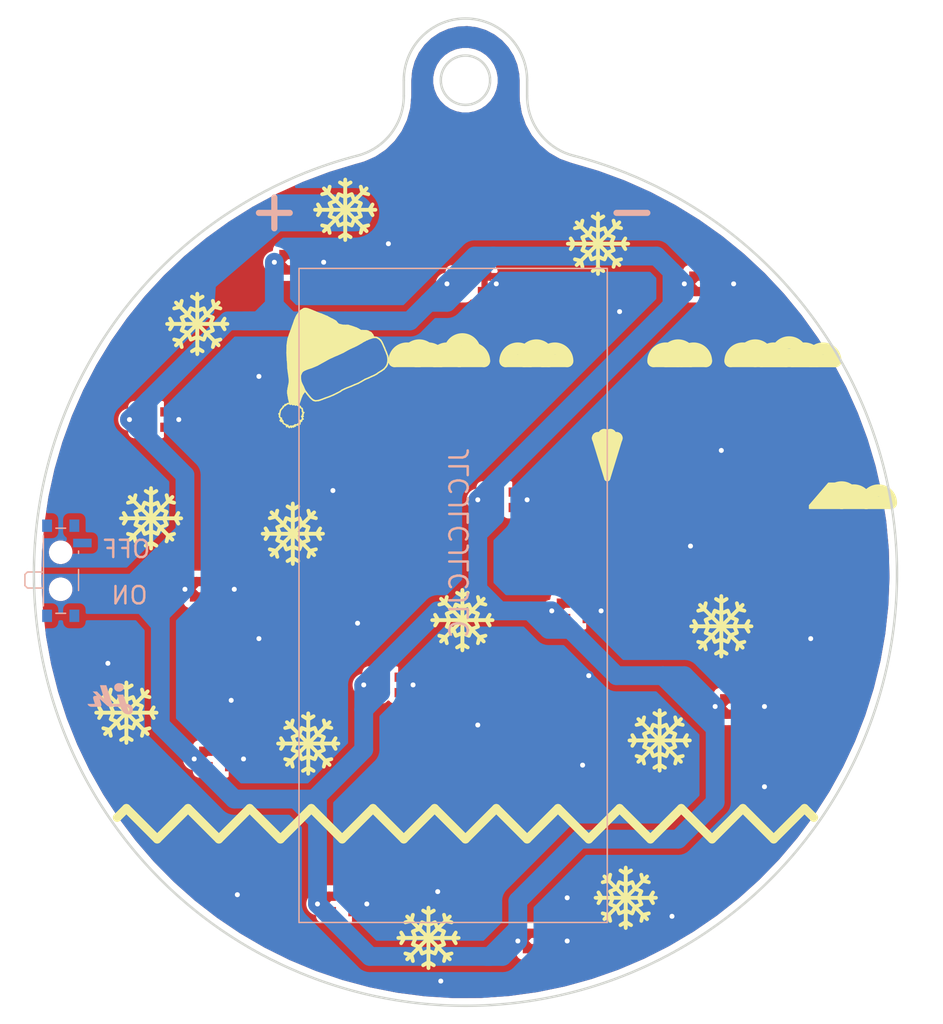
<source format=kicad_pcb>
(kicad_pcb (version 20171130) (host pcbnew "(5.1.10)-1")
  (layers (0 F.Cu signal) (31 B.Cu signal) (34 B.Paste user) (35 F.Paste user) (36 B.SilkS user) (37 F.SilkS user) (38 B.Mask user) (39 F.Mask user) (44 Edge.Cuts user))
  (net 0 "")
  (net 1 "Net-(D1-Pad1)")
  (net 2 "Net-(SW1-Pad3)")
  (net 3 VCC)
  (net 4 GND)
  (module TVZ_kuglica:logo (layer B.Cu) (at 108.15 110.05 180)
    (fp_text reference G*** hide)
    (fp_text value LOGO hide)
  )
  (module TVZ_kuglica:kapa_1 (layer F.Cu) (at 125.25 82.5 25)
    (fp_text reference G*** hide)
    (fp_text value LOGO hide)
  )
  (module TVZ_kuglica:ukras1 (layer F.Cu) (at 115.25 79.75)
    (fp_text reference G*** hide)
    (fp_text value LOGO hide)
  )
  (module TVZ_kuglica:BAT-2xAAA-horizontalni_padovi (layer B.Cu) (at 136.5 101.75)
    (fp_text reference BT1 hide)
    (fp_text value 2xAAA)
    (pad 1 smd oval (at -10 -31 90) (size 3 6) (layers B.Cu B.Paste B.Mask) (net 3 VCC))
    (pad 2 smd oval (at 9 -31 270) (size 3 6) (layers B.Cu B.Paste B.Mask) (net 4 GND))
  )
  (module TVZ_kuglica:ukras1 (layer F.Cu) (at 150 126.25)
    (fp_text reference G*** hide)
    (fp_text value LOGO hide)
  )
  (module TVZ_kuglica:ukras1 (layer F.Cu) (at 134 129.5)
    (fp_text reference G*** hide)
    (fp_text value LOGO hide)
  )
  (module TVZ_kuglica:ukras1 (layer F.Cu) (at 147.75 73.25)
    (fp_text reference G*** hide)
    (fp_text value LOGO hide)
  )
  (module TVZ_kuglica:ukras3 (layer F.Cu) (at 137 68.75)
    (fp_text reference G*** hide)
    (fp_text value LOGO hide)
  )
  (module TVZ_kuglica:ukras1 (layer F.Cu) (at 152.75 113.5)
    (fp_text reference G*** hide)
    (fp_text value LOGO hide)
  )
  (module TVZ_kuglica:ukras1 (layer F.Cu) (at 157.75 104.25)
    (fp_text reference G*** hide)
    (fp_text value LOGO hide)
  )
  (module TVZ_kuglica:ukras1 (layer F.Cu) (at 136.75 103.75)
    (fp_text reference G*** hide)
    (fp_text value LOGO hide)
  )
  (module TVZ_kuglica:ukras1 (layer F.Cu) (at 124.25 113.75)
    (fp_text reference G*** hide)
    (fp_text value LOGO hide)
  )
  (module TVZ_kuglica:ukras1 (layer F.Cu) (at 109.5 111.25)
    (fp_text reference G*** hide)
    (fp_text value LOGO hide)
  )
  (module TVZ_kuglica:ukras1 (layer F.Cu) (at 123 96.75)
    (fp_text reference G*** hide)
    (fp_text value LOGO hide)
  )
  (module TVZ_kuglica:ukras1 (layer F.Cu) (at 111.5 95.5)
    (fp_text reference G*** hide)
    (fp_text value LOGO hide)
  )
  (module TVZ_kuglica:ukras1 (layer F.Cu) (at 127.25 70.5)
    (fp_text reference G*** hide)
    (fp_text value LOGO hide)
  )
  (module Button_Switch_SMD:SW_SPDT_PCM12 (layer B.Cu) (at 104.5 99.75 90)
    (fp_text reference SW1 hide)
    (fp_text value SW_SPDT)
    (pad "" np_thru_hole circle (at -1.5 -0.33 90) (size 0.9 0.9) (drill 0.9) (layers *.Cu *.Mask))
    (pad "" np_thru_hole circle (at 1.5 -0.33 90) (size 0.9 0.9) (drill 0.9) (layers *.Cu *.Mask))
    (pad 1 smd rect (at -2.25 1.43 90) (size 0.7 1.5) (layers B.Cu B.Paste B.Mask) (net 1 "Net-(D1-Pad1)"))
    (pad 2 smd rect (at 0.75 1.43 90) (size 0.7 1.5) (layers B.Cu B.Paste B.Mask) (net 3 VCC))
    (pad 3 smd rect (at 2.25 1.43 90) (size 0.7 1.5) (layers B.Cu B.Paste B.Mask) (net 2 "Net-(SW1-Pad3)"))
    (pad "" smd rect (at -3.65 -1.43 90) (size 1 0.8) (layers B.Cu B.Paste B.Mask))
    (pad "" smd rect (at 3.65 -1.43 90) (size 1 0.8) (layers B.Cu B.Paste B.Mask))
    (pad "" smd rect (at 3.65 0.78 90) (size 1 0.8) (layers B.Cu B.Paste B.Mask))
    (pad "" smd rect (at -3.65 0.78 90) (size 1 0.8) (layers B.Cu B.Paste B.Mask))
  )
  (module TVZ_kuglica:LED-0807 (layer F.Cu) (at 111.75 87.5)
    (fp_text reference D1 hide)
    (fp_text value RGB)
    (pad 1 smd rect (at -1.05 -0.625) (size 1.1 0.75) (layers F.Cu F.Paste F.Mask) (net 1 "Net-(D1-Pad1)"))
    (pad 2 smd rect (at 1.05 -0.625) (size 1.1 0.75) (layers F.Cu F.Paste F.Mask) (net 4 GND))
    (pad 1 smd rect (at -1.05 0.625) (size 1.1 0.75) (layers F.Cu F.Paste F.Mask) (net 1 "Net-(D1-Pad1)"))
    (pad 2 smd rect (at 1.05 0.625) (size 1.1 0.75) (layers F.Cu F.Paste F.Mask) (net 4 GND))
  )
  (module TVZ_kuglica:LED-0807 (layer F.Cu) (at 123.5 74.75)
    (fp_text reference D2 hide)
    (fp_text value RGB)
    (pad 2 smd rect (at 1.05 0.625) (size 1.1 0.75) (layers F.Cu F.Paste F.Mask) (net 4 GND))
    (pad 1 smd rect (at -1.05 0.625) (size 1.1 0.75) (layers F.Cu F.Paste F.Mask) (net 1 "Net-(D1-Pad1)"))
    (pad 2 smd rect (at 1.05 -0.625) (size 1.1 0.75) (layers F.Cu F.Paste F.Mask) (net 4 GND))
    (pad 1 smd rect (at -1.05 -0.625) (size 1.1 0.75) (layers F.Cu F.Paste F.Mask) (net 1 "Net-(D1-Pad1)"))
  )
  (module TVZ_kuglica:LED-0807 (layer F.Cu) (at 156.75 76.5)
    (fp_text reference D3 hide)
    (fp_text value RGB)
    (pad 1 smd rect (at -1.05 -0.625) (size 1.1 0.75) (layers F.Cu F.Paste F.Mask) (net 1 "Net-(D1-Pad1)"))
    (pad 2 smd rect (at 1.05 -0.625) (size 1.1 0.75) (layers F.Cu F.Paste F.Mask) (net 4 GND))
    (pad 1 smd rect (at -1.05 0.625) (size 1.1 0.75) (layers F.Cu F.Paste F.Mask) (net 1 "Net-(D1-Pad1)"))
    (pad 2 smd rect (at 1.05 0.625) (size 1.1 0.75) (layers F.Cu F.Paste F.Mask) (net 4 GND))
  )
  (module TVZ_kuglica:LED-0807 (layer F.Cu) (at 130.75 109)
    (fp_text reference D4 hide)
    (fp_text value RGB)
    (pad 2 smd rect (at 1.05 0.625) (size 1.1 0.75) (layers F.Cu F.Paste F.Mask) (net 4 GND))
    (pad 1 smd rect (at -1.05 0.625) (size 1.1 0.75) (layers F.Cu F.Paste F.Mask) (net 1 "Net-(D1-Pad1)"))
    (pad 2 smd rect (at 1.05 -0.625) (size 1.1 0.75) (layers F.Cu F.Paste F.Mask) (net 4 GND))
    (pad 1 smd rect (at -1.05 -0.625) (size 1.1 0.75) (layers F.Cu F.Paste F.Mask) (net 1 "Net-(D1-Pad1)"))
  )
  (module TVZ_kuglica:LED-0807 (layer F.Cu) (at 117 115)
    (fp_text reference D5 hide)
    (fp_text value RGB)
    (pad 1 smd rect (at -1.05 -0.625) (size 1.1 0.75) (layers F.Cu F.Paste F.Mask) (net 1 "Net-(D1-Pad1)"))
    (pad 2 smd rect (at 1.05 -0.625) (size 1.1 0.75) (layers F.Cu F.Paste F.Mask) (net 4 GND))
    (pad 1 smd rect (at -1.05 0.625) (size 1.1 0.75) (layers F.Cu F.Paste F.Mask) (net 1 "Net-(D1-Pad1)"))
    (pad 2 smd rect (at 1.05 0.625) (size 1.1 0.75) (layers F.Cu F.Paste F.Mask) (net 4 GND))
  )
  (module TVZ_kuglica:LED-0807 (layer F.Cu) (at 116.25 101.25)
    (fp_text reference D6 hide)
    (fp_text value RGB)
    (pad 2 smd rect (at 1.05 0.625) (size 1.1 0.75) (layers F.Cu F.Paste F.Mask) (net 4 GND))
    (pad 1 smd rect (at -1.05 0.625) (size 1.1 0.75) (layers F.Cu F.Paste F.Mask) (net 1 "Net-(D1-Pad1)"))
    (pad 2 smd rect (at 1.05 -0.625) (size 1.1 0.75) (layers F.Cu F.Paste F.Mask) (net 4 GND))
    (pad 1 smd rect (at -1.05 -0.625) (size 1.1 0.75) (layers F.Cu F.Paste F.Mask) (net 1 "Net-(D1-Pad1)"))
  )
  (module TVZ_kuglica:LED-0807 (layer F.Cu) (at 143.25 129.75)
    (fp_text reference D7 hide)
    (fp_text value RGB)
    (pad 1 smd rect (at -1.05 -0.625) (size 1.1 0.75) (layers F.Cu F.Paste F.Mask) (net 1 "Net-(D1-Pad1)"))
    (pad 2 smd rect (at 1.05 -0.625) (size 1.1 0.75) (layers F.Cu F.Paste F.Mask) (net 4 GND))
    (pad 1 smd rect (at -1.05 0.625) (size 1.1 0.75) (layers F.Cu F.Paste F.Mask) (net 1 "Net-(D1-Pad1)"))
    (pad 2 smd rect (at 1.05 0.625) (size 1.1 0.75) (layers F.Cu F.Paste F.Mask) (net 4 GND))
  )
  (module TVZ_kuglica:LED-0807 (layer F.Cu) (at 159.25 110.75)
    (fp_text reference D8 hide)
    (fp_text value RGB)
    (pad 2 smd rect (at 1.05 0.625) (size 1.1 0.75) (layers F.Cu F.Paste F.Mask) (net 4 GND))
    (pad 1 smd rect (at -1.05 0.625) (size 1.1 0.75) (layers F.Cu F.Paste F.Mask) (net 1 "Net-(D1-Pad1)"))
    (pad 2 smd rect (at 1.05 -0.625) (size 1.1 0.75) (layers F.Cu F.Paste F.Mask) (net 4 GND))
    (pad 1 smd rect (at -1.05 -0.625) (size 1.1 0.75) (layers F.Cu F.Paste F.Mask) (net 1 "Net-(D1-Pad1)"))
  )
  (module TVZ_kuglica:LED-0807 (layer F.Cu) (at 137.5 76.5)
    (fp_text reference D9 hide)
    (fp_text value RGB)
    (pad 1 smd rect (at -1.05 -0.625) (size 1.1 0.75) (layers F.Cu F.Paste F.Mask) (net 1 "Net-(D1-Pad1)"))
    (pad 2 smd rect (at 1.05 -0.625) (size 1.1 0.75) (layers F.Cu F.Paste F.Mask) (net 4 GND))
    (pad 1 smd rect (at -1.05 0.625) (size 1.1 0.75) (layers F.Cu F.Paste F.Mask) (net 1 "Net-(D1-Pad1)"))
    (pad 2 smd rect (at 1.05 0.625) (size 1.1 0.75) (layers F.Cu F.Paste F.Mask) (net 4 GND))
  )
  (module TVZ_kuglica:LED-0807 (layer F.Cu) (at 146 103)
    (fp_text reference D10 hide)
    (fp_text value RGB)
    (pad 2 smd rect (at 1.05 0.625) (size 1.1 0.75) (layers F.Cu F.Paste F.Mask) (net 4 GND))
    (pad 1 smd rect (at -1.05 0.625) (size 1.1 0.75) (layers F.Cu F.Paste F.Mask) (net 1 "Net-(D1-Pad1)"))
    (pad 2 smd rect (at 1.05 -0.625) (size 1.1 0.75) (layers F.Cu F.Paste F.Mask) (net 4 GND))
    (pad 1 smd rect (at -1.05 -0.625) (size 1.1 0.75) (layers F.Cu F.Paste F.Mask) (net 1 "Net-(D1-Pad1)"))
  )
  (module TVZ_kuglica:LED-0807 (layer F.Cu) (at 127 126.75)
    (fp_text reference D11 hide)
    (fp_text value RGB)
    (pad 1 smd rect (at -1.05 -0.625) (size 1.1 0.75) (layers F.Cu F.Paste F.Mask) (net 1 "Net-(D1-Pad1)"))
    (pad 2 smd rect (at 1.05 -0.625) (size 1.1 0.75) (layers F.Cu F.Paste F.Mask) (net 4 GND))
    (pad 1 smd rect (at -1.05 0.625) (size 1.1 0.75) (layers F.Cu F.Paste F.Mask) (net 1 "Net-(D1-Pad1)"))
    (pad 2 smd rect (at 1.05 0.625) (size 1.1 0.75) (layers F.Cu F.Paste F.Mask) (net 4 GND))
  )
  (module TVZ_kuglica:LED-0807 (layer F.Cu) (at 140 94)
    (fp_text reference D12 hide)
    (fp_text value RGB)
    (pad 1 smd rect (at -1.05 -0.625) (size 1.1 0.75) (layers F.Cu F.Paste F.Mask) (net 1 "Net-(D1-Pad1)"))
    (pad 2 smd rect (at 1.05 -0.625) (size 1.1 0.75) (layers F.Cu F.Paste F.Mask) (net 4 GND))
    (pad 1 smd rect (at -1.05 0.625) (size 1.1 0.75) (layers F.Cu F.Paste F.Mask) (net 1 "Net-(D1-Pad1)"))
    (pad 2 smd rect (at 1.05 0.625) (size 1.1 0.75) (layers F.Cu F.Paste F.Mask) (net 4 GND))
  )
  (gr_poly (pts (xy 167.6 94.7) (xy 164.9 94.7) (xy 164.9 94.45) (xy 166.45 92.65) (xy 167.05 92.65)) (layer F.SilkS) (width 0.1))
  (gr_circle (center 148.5 91.25) (end 148.75 91.25) (layer F.SilkS) (width 0.5))
  (gr_circle (center 148.5 90.5) (end 148.75 90.5) (layer F.SilkS) (width 0.5))
  (gr_circle (center 148.5 90) (end 148.75 90) (layer F.SilkS) (width 0.5))
  (gr_circle (center 148 89.5) (end 148.25 89.5) (layer F.SilkS) (width 0.5))
  (gr_circle (center 149 89.5) (end 149.25 89.5) (layer F.SilkS) (width 0.5))
  (gr_circle (center 148.5 89.5) (end 148.75 89.5) (layer F.SilkS) (width 0.5))
  (gr_circle (center 149.25 89) (end 149.5 89) (layer F.SilkS) (width 0.5))
  (gr_circle (center 148.75 88.75) (end 149 88.75) (layer F.SilkS) (width 0.5))
  (gr_circle (center 148.25 88.75) (end 148.5 88.75) (layer F.SilkS) (width 0.5))
  (gr_circle (center 147.75 89) (end 148 89) (layer F.SilkS) (width 0.5))
  (gr_line (start 148.5 92.25) (end 149.5 89) (layer F.SilkS) (width 0.5))
  (gr_line (start 147.5 89) (end 148.5 92.25) (layer F.SilkS) (width 0.5))
  (gr_line (start 168.5 94) (end 166.5 94) (layer F.SilkS) (width 1))
  (gr_arc (start 167.5 94) (end 168.5 94) (angle -180) (layer F.SilkS) (width 1))
  (gr_line (start 169.5 94.25) (end 167.5 94.25) (layer F.SilkS) (width 1))
  (gr_arc (start 168.5 94.25) (end 169.5 94.25) (angle -180) (layer F.SilkS) (width 1))
  (gr_line (start 171.5 94.25) (end 169.5 94.25) (layer F.SilkS) (width 1))
  (gr_arc (start 170.5 94.25) (end 171.5 94.25) (angle -180) (layer F.SilkS) (width 1))
  (gr_line (start 161.5 82.5) (end 159.5 82.5) (layer F.SilkS) (width 1))
  (gr_arc (start 160.5 82.5) (end 161.5 82.5) (angle -180) (layer F.SilkS) (width 1))
  (gr_line (start 164.25 82.25) (end 162.25 82.25) (layer F.SilkS) (width 1))
  (gr_arc (start 163.25 82.25) (end 164.25 82.25) (angle -180) (layer F.SilkS) (width 1))
  (gr_line (start 167 82.75) (end 165 82.75) (layer F.SilkS) (width 1))
  (gr_arc (start 166 82.75) (end 167 82.75) (angle -180) (layer F.SilkS) (width 1))
  (gr_line (start 165.5 82.75) (end 163.5 82.75) (layer F.SilkS) (width 1))
  (gr_arc (start 164.5 82.75) (end 165.5 82.75) (angle -180) (layer F.SilkS) (width 1))
  (gr_line (start 163 82.75) (end 161 82.75) (layer F.SilkS) (width 1))
  (gr_arc (start 162 82.75) (end 163 82.75) (angle -180) (layer F.SilkS) (width 1))
  (gr_line (start 167 82.75) (end 158.5 82.75) (layer F.SilkS) (width 1))
  (gr_arc (start 159.5 82.75) (end 160.5 82.75) (angle -180) (layer F.SilkS) (width 1))
  (gr_line (start 155.25 82.5) (end 153.25 82.5) (layer F.SilkS) (width 1))
  (gr_arc (start 154.25 82.5) (end 155.25 82.5) (angle -180) (layer F.SilkS) (width 1))
  (gr_line (start 155.25 82.75) (end 153.25 82.75) (layer F.SilkS) (width 1))
  (gr_arc (start 154.25 82.75) (end 155.25 82.75) (angle -180) (layer F.SilkS) (width 1))
  (gr_line (start 156.5 82.75) (end 154.5 82.75) (layer F.SilkS) (width 1))
  (gr_arc (start 155.5 82.75) (end 156.5 82.75) (angle -180) (layer F.SilkS) (width 1))
  (gr_line (start 154.25 82.75) (end 152.25 82.75) (layer F.SilkS) (width 1))
  (gr_arc (start 153.25 82.75) (end 154.25 82.75) (angle -180) (layer F.SilkS) (width 1))
  (gr_line (start 143.75 82.75) (end 141.75 82.75) (layer F.SilkS) (width 1))
  (gr_arc (start 142.75 82.75) (end 143.75 82.75) (angle -180) (layer F.SilkS) (width 1))
  (gr_line (start 143.75 82.5) (end 141.75 82.5) (layer F.SilkS) (width 1))
  (gr_arc (start 142.75 82.5) (end 143.75 82.5) (angle -180) (layer F.SilkS) (width 1))
  (gr_line (start 145.25 82.75) (end 143.25 82.75) (layer F.SilkS) (width 1))
  (gr_arc (start 144.25 82.75) (end 145.25 82.75) (angle -180) (layer F.SilkS) (width 1))
  (gr_line (start 142.25 82.75) (end 140.25 82.75) (layer F.SilkS) (width 1))
  (gr_arc (start 141.25 82.75) (end 142.25 82.75) (angle -180) (layer F.SilkS) (width 1))
  (gr_line (start 137.75 82) (end 135.75 82) (layer F.SilkS) (width 1))
  (gr_arc (start 136.75 82) (end 137.75 82) (angle -180) (layer F.SilkS) (width 1))
  (gr_line (start 138.5 82.75) (end 136.5 82.75) (layer F.SilkS) (width 1))
  (gr_arc (start 137.5 82.75) (end 138.5 82.75) (angle -180) (layer F.SilkS) (width 1))
  (gr_line (start 136.5 82.75) (end 134.5 82.75) (layer F.SilkS) (width 1))
  (gr_arc (start 135.5 82.75) (end 136.5 82.75) (angle -180) (layer F.SilkS) (width 1))
  (gr_line (start 134.25 82.5) (end 132.25 82.5) (layer F.SilkS) (width 1))
  (gr_arc (start 133.25 82.5) (end 134.25 82.5) (angle -180) (layer F.SilkS) (width 1))
  (gr_line (start 135 82.75) (end 133 82.75) (layer F.SilkS) (width 1))
  (gr_arc (start 134 82.75) (end 135 82.75) (angle -180) (layer F.SilkS) (width 1))
  (gr_line (start 133.25 82.75) (end 131.25 82.75) (layer F.SilkS) (width 1))
  (gr_arc (start 132.25 82.75) (end 133.25 82.75) (angle -180) (layer F.SilkS) (width 1))
  (gr_line (start 122.58 86.2) (end 122.73 86.21) (layer F.SilkS) (width 0.12))
  (gr_line (start 122.51 86.26) (end 122.58 86.2) (layer F.SilkS) (width 0.12))
  (gr_line (start 122.37 86.29) (end 122.51 86.26) (layer F.SilkS) (width 0.12))
  (gr_line (start 122.4 86.34) (end 122.37 86.29) (layer F.SilkS) (width 0.12))
  (gr_line (start 122.22 86.43) (end 122.4 86.34) (layer F.SilkS) (width 0.12))
  (gr_line (start 122.23 86.48) (end 122.22 86.43) (layer F.SilkS) (width 0.12))
  (gr_line (start 122.13 86.59) (end 122.23 86.48) (layer F.SilkS) (width 0.12))
  (gr_line (start 122.03 86.7) (end 122.13 86.59) (layer F.SilkS) (width 0.12))
  (gr_line (start 121.98 86.8) (end 122.03 86.7) (layer F.SilkS) (width 0.12))
  (gr_line (start 121.95 86.98) (end 121.98 86.8) (layer F.SilkS) (width 0.12))
  (gr_line (start 121.87 87.04) (end 121.95 86.98) (layer F.SilkS) (width 0.12))
  (gr_line (start 121.94 87.09) (end 121.87 87.04) (layer F.SilkS) (width 0.12))
  (gr_line (start 121.91 87.22) (end 121.94 87.09) (layer F.SilkS) (width 0.12))
  (gr_line (start 121.95 87.33) (end 121.91 87.22) (layer F.SilkS) (width 0.12))
  (gr_line (start 122.07 87.39) (end 121.95 87.33) (layer F.SilkS) (width 0.12))
  (gr_line (start 121.97 87.58) (end 122.07 87.39) (layer F.SilkS) (width 0.12))
  (gr_line (start 122.11 87.52) (end 121.97 87.58) (layer F.SilkS) (width 0.12))
  (gr_line (start 122.06 87.66) (end 122.11 87.52) (layer F.SilkS) (width 0.12))
  (gr_line (start 122.18 87.61) (end 122.06 87.66) (layer F.SilkS) (width 0.12))
  (gr_line (start 122.21 87.78) (end 122.18 87.61) (layer F.SilkS) (width 0.12))
  (gr_line (start 122.31 87.86) (end 122.21 87.78) (layer F.SilkS) (width 0.12))
  (gr_line (start 122.45 87.92) (end 122.31 87.86) (layer F.SilkS) (width 0.12))
  (gr_line (start 122.5 88.07) (end 122.45 87.92) (layer F.SilkS) (width 0.12))
  (gr_line (start 122.58 87.96) (end 122.5 88.07) (layer F.SilkS) (width 0.12))
  (gr_line (start 122.64 88.06) (end 122.58 87.96) (layer F.SilkS) (width 0.12))
  (gr_line (start 122.72 88.14) (end 122.64 88.06) (layer F.SilkS) (width 0.12))
  (gr_line (start 122.81 88.03) (end 122.72 88.14) (layer F.SilkS) (width 0.12))
  (gr_line (start 122.89 88.13) (end 122.81 88.03) (layer F.SilkS) (width 0.12))
  (gr_line (start 122.93 88.03) (end 122.89 88.13) (layer F.SilkS) (width 0.12))
  (gr_line (start 123.05 88.1) (end 122.93 88.03) (layer F.SilkS) (width 0.12))
  (gr_line (start 123.07 88) (end 123.05 88.1) (layer F.SilkS) (width 0.12))
  (gr_line (start 123.17 88.04) (end 123.07 88) (layer F.SilkS) (width 0.12))
  (gr_line (start 123.17 87.93) (end 123.17 88.04) (layer F.SilkS) (width 0.12))
  (gr_line (start 123.29 87.93) (end 123.17 87.93) (layer F.SilkS) (width 0.12))
  (gr_line (start 123.41 87.93) (end 123.29 87.93) (layer F.SilkS) (width 0.12))
  (gr_line (start 123.42 87.85) (end 123.41 87.93) (layer F.SilkS) (width 0.12))
  (gr_line (start 123.48 87.84) (end 123.42 87.85) (layer F.SilkS) (width 0.12))
  (gr_line (start 123.58 87.85) (end 123.48 87.84) (layer F.SilkS) (width 0.12))
  (gr_line (start 123.54 87.74) (end 123.58 87.85) (layer F.SilkS) (width 0.12))
  (gr_line (start 123.6 87.7) (end 123.54 87.74) (layer F.SilkS) (width 0.12))
  (gr_line (start 123.6 87.57) (end 123.6 87.7) (layer F.SilkS) (width 0.12))
  (gr_line (start 123.7 87.63) (end 123.6 87.57) (layer F.SilkS) (width 0.12))
  (gr_line (start 123.71 87.56) (end 123.7 87.63) (layer F.SilkS) (width 0.12))
  (gr_line (start 123.76 87.47) (end 123.71 87.56) (layer F.SilkS) (width 0.12))
  (gr_line (start 123.83 87.46) (end 123.76 87.47) (layer F.SilkS) (width 0.12))
  (gr_line (start 123.79 87.4) (end 123.83 87.46) (layer F.SilkS) (width 0.12))
  (gr_line (start 123.72 87.23) (end 123.79 87.4) (layer F.SilkS) (width 0.12))
  (gr_line (start 123.84 87.24) (end 123.72 87.23) (layer F.SilkS) (width 0.12))
  (gr_line (start 123.8 87.17) (end 123.84 87.24) (layer F.SilkS) (width 0.12))
  (gr_line (start 123.79 87.08) (end 123.8 87.17) (layer F.SilkS) (width 0.12))
  (gr_line (start 123.84 87.07) (end 123.79 87.08) (layer F.SilkS) (width 0.12))
  (gr_line (start 123.83 86.99) (end 123.84 87.07) (layer F.SilkS) (width 0.12))
  (gr_line (start 123.89 86.93) (end 123.83 86.99) (layer F.SilkS) (width 0.12))
  (gr_line (start 123.82 86.91) (end 123.89 86.93) (layer F.SilkS) (width 0.12))
  (gr_line (start 123.78 86.85) (end 123.82 86.91) (layer F.SilkS) (width 0.12))
  (gr_line (start 123.78 86.78) (end 123.78 86.85) (layer F.SilkS) (width 0.12))
  (gr_line (start 123.77 86.69) (end 123.78 86.78) (layer F.SilkS) (width 0.12))
  (gr_line (start 123.75 86.6) (end 123.77 86.69) (layer F.SilkS) (width 0.12))
  (gr_line (start 123.64 86.54) (end 123.75 86.6) (layer F.SilkS) (width 0.12))
  (gr_line (start 123.6 86.44) (end 123.64 86.54) (layer F.SilkS) (width 0.12))
  (gr_line (start 123.46 86.37) (end 123.6 86.44) (layer F.SilkS) (width 0.12))
  (gr_line (start 123.39 86.34) (end 123.46 86.37) (layer F.SilkS) (width 0.12))
  (gr_line (start 123.34 86.27) (end 123.39 86.34) (layer F.SilkS) (width 0.12))
  (gr_line (start 123.2 86.32) (end 123.34 86.27) (layer F.SilkS) (width 0.12))
  (gr_line (start 123.13 86.25) (end 123.2 86.32) (layer F.SilkS) (width 0.12))
  (gr_line (start 123 86.29) (end 123.13 86.25) (layer F.SilkS) (width 0.12))
  (gr_line (start 122.91 86.22) (end 123 86.29) (layer F.SilkS) (width 0.12))
  (gr_line (start 122.81 86.26) (end 122.91 86.22) (layer F.SilkS) (width 0.12))
  (gr_line (start 122.73 86.21) (end 122.81 86.26) (layer F.SilkS) (width 0.12))
  (gr_line (start 122.72 86.03) (end 122.73 86.21) (layer F.SilkS) (width 0.12))
  (gr_line (start 122.67 85.81) (end 122.72 86.03) (layer F.SilkS) (width 0.12))
  (gr_line (start 122.62 85.53) (end 122.67 85.81) (layer F.SilkS) (width 0.12))
  (gr_line (start 122.59 85.35) (end 122.62 85.53) (layer F.SilkS) (width 0.12))
  (gr_line (start 122.59 85.18) (end 122.59 85.35) (layer F.SilkS) (width 0.12))
  (gr_line (start 122.63 84.94) (end 122.59 85.18) (layer F.SilkS) (width 0.12))
  (gr_line (start 122.67 84.74) (end 122.63 84.94) (layer F.SilkS) (width 0.12))
  (gr_line (start 122.72 84.48) (end 122.67 84.74) (layer F.SilkS) (width 0.12))
  (gr_line (start 122.72 84.25) (end 122.72 84.48) (layer F.SilkS) (width 0.12))
  (gr_line (start 122.69 84) (end 122.72 84.25) (layer F.SilkS) (width 0.12))
  (gr_line (start 122.64 83.64) (end 122.69 84) (layer F.SilkS) (width 0.12))
  (gr_line (start 122.6 83.33) (end 122.64 83.64) (layer F.SilkS) (width 0.12))
  (gr_line (start 122.58 82.85) (end 122.6 83.33) (layer F.SilkS) (width 0.12))
  (gr_line (start 122.56 82.68) (end 122.58 82.85) (layer F.SilkS) (width 0.12))
  (gr_line (start 122.54 82.31) (end 122.56 82.68) (layer F.SilkS) (width 0.12))
  (gr_line (start 122.53 82.09) (end 122.54 82.31) (layer F.SilkS) (width 0.12))
  (gr_line (start 122.54 81.69) (end 122.53 82.09) (layer F.SilkS) (width 0.12))
  (gr_line (start 122.54 81.5) (end 122.54 81.69) (layer F.SilkS) (width 0.12))
  (gr_line (start 122.58 81.2) (end 122.54 81.5) (layer F.SilkS) (width 0.12))
  (gr_line (start 122.62 80.95) (end 122.58 81.2) (layer F.SilkS) (width 0.12))
  (gr_line (start 122.75 80.57) (end 122.62 80.95) (layer F.SilkS) (width 0.12))
  (gr_line (start 122.85 80.31) (end 122.75 80.57) (layer F.SilkS) (width 0.12))
  (gr_line (start 122.99 79.91) (end 122.85 80.31) (layer F.SilkS) (width 0.12))
  (gr_line (start 123.06 79.72) (end 122.99 79.91) (layer F.SilkS) (width 0.12))
  (gr_line (start 123.15 79.45) (end 123.06 79.72) (layer F.SilkS) (width 0.12))
  (gr_line (start 123.25 79.22) (end 123.15 79.45) (layer F.SilkS) (width 0.12))
  (gr_line (start 123.34 79.05) (end 123.25 79.22) (layer F.SilkS) (width 0.12))
  (gr_line (start 123.46 78.88) (end 123.34 79.05) (layer F.SilkS) (width 0.12))
  (gr_line (start 123.56 78.77) (end 123.46 78.88) (layer F.SilkS) (width 0.12))
  (gr_line (start 123.65 78.66) (end 123.56 78.77) (layer F.SilkS) (width 0.12))
  (gr_line (start 123.78 78.58) (end 123.65 78.66) (layer F.SilkS) (width 0.12))
  (gr_line (start 123.88 78.52) (end 123.78 78.58) (layer F.SilkS) (width 0.12))
  (gr_line (start 123.97 78.5) (end 123.88 78.52) (layer F.SilkS) (width 0.12))
  (gr_line (start 124.06 78.5) (end 123.97 78.5) (layer F.SilkS) (width 0.12))
  (gr_line (start 124.21 78.53) (end 124.06 78.5) (layer F.SilkS) (width 0.12))
  (gr_line (start 124.43 78.61) (end 124.21 78.53) (layer F.SilkS) (width 0.12))
  (gr_line (start 124.6 78.68) (end 124.43 78.61) (layer F.SilkS) (width 0.12))
  (gr_line (start 124.8 78.76) (end 124.6 78.68) (layer F.SilkS) (width 0.12))
  (gr_line (start 125 78.85) (end 124.8 78.76) (layer F.SilkS) (width 0.12))
  (gr_line (start 125.32 78.96) (end 125 78.85) (layer F.SilkS) (width 0.12))
  (gr_line (start 125.53 79.05) (end 125.32 78.96) (layer F.SilkS) (width 0.12))
  (gr_line (start 125.78 79.15) (end 125.53 79.05) (layer F.SilkS) (width 0.12))
  (gr_line (start 126.01 79.28) (end 125.78 79.15) (layer F.SilkS) (width 0.12))
  (gr_line (start 126.22 79.38) (end 126.01 79.28) (layer F.SilkS) (width 0.12))
  (gr_line (start 126.38 79.47) (end 126.22 79.38) (layer F.SilkS) (width 0.12))
  (gr_line (start 126.49 79.54) (end 126.38 79.47) (layer F.SilkS) (width 0.12))
  (gr_line (start 126.62 79.7) (end 126.49 79.54) (layer F.SilkS) (width 0.12))
  (gr_line (start 126.69 79.77) (end 126.62 79.7) (layer F.SilkS) (width 0.12))
  (gr_line (start 126.77 79.8) (end 126.69 79.77) (layer F.SilkS) (width 0.12))
  (gr_line (start 126.9 79.83) (end 126.77 79.8) (layer F.SilkS) (width 0.12))
  (gr_line (start 127.02 79.86) (end 126.9 79.83) (layer F.SilkS) (width 0.12))
  (gr_line (start 127.18 79.87) (end 127.02 79.86) (layer F.SilkS) (width 0.12))
  (gr_line (start 127.38 79.87) (end 127.18 79.87) (layer F.SilkS) (width 0.12))
  (gr_line (start 127.49 79.87) (end 127.38 79.87) (layer F.SilkS) (width 0.12))
  (gr_line (start 128.16 80.09) (end 127.49 79.87) (layer F.SilkS) (width 0.12))
  (gr_line (start 128.28 80.15) (end 128.16 80.09) (layer F.SilkS) (width 0.12))
  (gr_line (start 128.4 80.22) (end 128.28 80.15) (layer F.SilkS) (width 0.12))
  (gr_line (start 128.52 80.29) (end 128.4 80.22) (layer F.SilkS) (width 0.12))
  (gr_line (start 128.64 80.29) (end 128.52 80.29) (layer F.SilkS) (width 0.12))
  (gr_line (start 128.95 80.3) (end 128.64 80.29) (layer F.SilkS) (width 0.12))
  (gr_line (start 129.08 80.33) (end 128.95 80.3) (layer F.SilkS) (width 0.12))
  (gr_line (start 129.26 80.42) (end 129.08 80.33) (layer F.SilkS) (width 0.12))
  (gr_line (start 129.34 80.46) (end 129.26 80.42) (layer F.SilkS) (width 0.12))
  (gr_line (start 129.41 80.55) (end 129.34 80.46) (layer F.SilkS) (width 0.12))
  (gr_line (start 129.47 80.62) (end 129.41 80.55) (layer F.SilkS) (width 0.12))
  (gr_line (start 129.52 80.73) (end 129.47 80.62) (layer F.SilkS) (width 0.12))
  (gr_line (start 129.56 80.84) (end 129.52 80.73) (layer F.SilkS) (width 0.12))
  (gr_line (start 123.95 85.1) (end 124.04 85.25) (layer F.SilkS) (width 0.12))
  (gr_line (start 123.87 84.92) (end 123.95 85.1) (layer F.SilkS) (width 0.12))
  (gr_line (start 123.82 84.8) (end 123.87 84.92) (layer F.SilkS) (width 0.12))
  (gr_line (start 123.74 84.64) (end 123.82 84.8) (layer F.SilkS) (width 0.12))
  (gr_line (start 123.68 84.5) (end 123.74 84.64) (layer F.SilkS) (width 0.12))
  (gr_line (start 123.64 84.39) (end 123.68 84.5) (layer F.SilkS) (width 0.12))
  (gr_line (start 123.62 84.26) (end 123.64 84.39) (layer F.SilkS) (width 0.12))
  (gr_line (start 123.61 84.11) (end 123.62 84.26) (layer F.SilkS) (width 0.12))
  (gr_line (start 123.61 83.95) (end 123.61 84.11) (layer F.SilkS) (width 0.12))
  (gr_line (start 123.62 83.87) (end 123.61 83.95) (layer F.SilkS) (width 0.12))
  (gr_line (start 123.67 83.77) (end 123.62 83.87) (layer F.SilkS) (width 0.12))
  (gr_line (start 123.7 83.69) (end 123.67 83.77) (layer F.SilkS) (width 0.12))
  (gr_line (start 123.76 83.6) (end 123.7 83.69) (layer F.SilkS) (width 0.12))
  (gr_line (start 123.86 83.53) (end 123.76 83.6) (layer F.SilkS) (width 0.12))
  (gr_line (start 123.98 83.47) (end 123.86 83.53) (layer F.SilkS) (width 0.12))
  (gr_line (start 124.17 83.39) (end 123.98 83.47) (layer F.SilkS) (width 0.12))
  (gr_line (start 124.52 83.28) (end 124.17 83.39) (layer F.SilkS) (width 0.12))
  (gr_line (start 124.99 83.08) (end 124.52 83.28) (layer F.SilkS) (width 0.12))
  (gr_line (start 125.19 82.96) (end 124.99 83.08) (layer F.SilkS) (width 0.12))
  (gr_line (start 125.44 82.82) (end 125.19 82.96) (layer F.SilkS) (width 0.12))
  (gr_line (start 125.64 82.71) (end 125.44 82.82) (layer F.SilkS) (width 0.12))
  (gr_line (start 125.96 82.52) (end 125.64 82.71) (layer F.SilkS) (width 0.12))
  (gr_line (start 126.16 82.45) (end 125.96 82.52) (layer F.SilkS) (width 0.12))
  (gr_line (start 126.38 82.34) (end 126.16 82.45) (layer F.SilkS) (width 0.12))
  (gr_line (start 126.59 82.26) (end 126.38 82.34) (layer F.SilkS) (width 0.12))
  (gr_line (start 126.87 82.13) (end 126.59 82.26) (layer F.SilkS) (width 0.12))
  (gr_line (start 127.08 82.04) (end 126.87 82.13) (layer F.SilkS) (width 0.12))
  (gr_line (start 127.28 81.92) (end 127.08 82.04) (layer F.SilkS) (width 0.12))
  (gr_line (start 127.52 81.79) (end 127.28 81.92) (layer F.SilkS) (width 0.12))
  (gr_line (start 127.73 81.69) (end 127.52 81.79) (layer F.SilkS) (width 0.12))
  (gr_line (start 127.96 81.59) (end 127.73 81.69) (layer F.SilkS) (width 0.12))
  (gr_line (start 128.16 81.49) (end 127.96 81.59) (layer F.SilkS) (width 0.12))
  (gr_line (start 128.37 81.37) (end 128.16 81.49) (layer F.SilkS) (width 0.12))
  (gr_line (start 128.56 81.27) (end 128.37 81.37) (layer F.SilkS) (width 0.12))
  (gr_line (start 128.75 81.15) (end 128.56 81.27) (layer F.SilkS) (width 0.12))
  (gr_line (start 128.86 81.1) (end 128.75 81.15) (layer F.SilkS) (width 0.12))
  (gr_line (start 128.94 81.04) (end 128.86 81.1) (layer F.SilkS) (width 0.12))
  (gr_line (start 129.06 81.01) (end 128.94 81.04) (layer F.SilkS) (width 0.12))
  (gr_line (start 129.14 80.96) (end 129.06 81.01) (layer F.SilkS) (width 0.12))
  (gr_line (start 129.25 80.93) (end 129.14 80.96) (layer F.SilkS) (width 0.12))
  (gr_line (start 129.36 80.89) (end 129.25 80.93) (layer F.SilkS) (width 0.12))
  (gr_line (start 129.45 80.86) (end 129.36 80.89) (layer F.SilkS) (width 0.12))
  (gr_line (start 129.56 80.83) (end 129.45 80.86) (layer F.SilkS) (width 0.12))
  (gr_line (start 129.63 80.83) (end 129.56 80.83) (layer F.SilkS) (width 0.12))
  (gr_line (start 129.76 80.84) (end 129.63 80.83) (layer F.SilkS) (width 0.12))
  (gr_line (start 129.85 80.87) (end 129.76 80.84) (layer F.SilkS) (width 0.12))
  (gr_line (start 129.91 80.91) (end 129.85 80.87) (layer F.SilkS) (width 0.12))
  (gr_line (start 130 80.96) (end 129.91 80.91) (layer F.SilkS) (width 0.12))
  (gr_line (start 130.08 81.04) (end 130 80.96) (layer F.SilkS) (width 0.12))
  (gr_line (start 130.13 81.08) (end 130.08 81.04) (layer F.SilkS) (width 0.12))
  (gr_line (start 130.21 81.21) (end 130.13 81.08) (layer F.SilkS) (width 0.12))
  (gr_line (start 130.29 81.37) (end 130.21 81.21) (layer F.SilkS) (width 0.12))
  (gr_line (start 130.38 81.58) (end 130.29 81.37) (layer F.SilkS) (width 0.12))
  (gr_line (start 130.43 81.68) (end 130.38 81.58) (layer F.SilkS) (width 0.12))
  (gr_line (start 130.5 81.87) (end 130.43 81.68) (layer F.SilkS) (width 0.12))
  (gr_line (start 130.57 82.02) (end 130.5 81.87) (layer F.SilkS) (width 0.12))
  (gr_line (start 130.62 82.17) (end 130.57 82.02) (layer F.SilkS) (width 0.12))
  (gr_line (start 130.69 82.34) (end 130.62 82.17) (layer F.SilkS) (width 0.12))
  (gr_line (start 130.71 82.51) (end 130.69 82.34) (layer F.SilkS) (width 0.12))
  (gr_line (start 130.72 82.7) (end 130.71 82.51) (layer F.SilkS) (width 0.12))
  (gr_line (start 130.7 82.87) (end 130.72 82.7) (layer F.SilkS) (width 0.12))
  (gr_line (start 130.66 83.03) (end 130.7 82.87) (layer F.SilkS) (width 0.12))
  (gr_line (start 130.61 83.14) (end 130.66 83.03) (layer F.SilkS) (width 0.12))
  (gr_line (start 130.54 83.24) (end 130.61 83.14) (layer F.SilkS) (width 0.12))
  (gr_line (start 130.39 83.41) (end 130.54 83.24) (layer F.SilkS) (width 0.12))
  (gr_line (start 130.19 83.55) (end 130.39 83.41) (layer F.SilkS) (width 0.12))
  (gr_line (start 129.94 83.7) (end 130.19 83.55) (layer F.SilkS) (width 0.12))
  (gr_line (start 129.81 83.8) (end 129.94 83.7) (layer F.SilkS) (width 0.12))
  (gr_line (start 129.59 83.92) (end 129.81 83.8) (layer F.SilkS) (width 0.12))
  (gr_line (start 129.38 84.01) (end 129.59 83.92) (layer F.SilkS) (width 0.12))
  (gr_line (start 129.15 84.12) (end 129.38 84.01) (layer F.SilkS) (width 0.12))
  (gr_line (start 128.86 84.24) (end 129.15 84.12) (layer F.SilkS) (width 0.12))
  (gr_line (start 128.57 84.41) (end 128.86 84.24) (layer F.SilkS) (width 0.12))
  (gr_line (start 128.3 84.56) (end 128.57 84.41) (layer F.SilkS) (width 0.12))
  (gr_line (start 128 84.68) (end 128.3 84.56) (layer F.SilkS) (width 0.12))
  (gr_line (start 127.73 84.8) (end 128 84.68) (layer F.SilkS) (width 0.12))
  (gr_line (start 127.39 84.93) (end 127.73 84.8) (layer F.SilkS) (width 0.12))
  (gr_line (start 127.21 85.01) (end 127.39 84.93) (layer F.SilkS) (width 0.12))
  (gr_line (start 126.98 85.12) (end 127.21 85.01) (layer F.SilkS) (width 0.12))
  (gr_line (start 126.85 85.22) (end 126.98 85.12) (layer F.SilkS) (width 0.12))
  (gr_line (start 126.58 85.36) (end 126.85 85.22) (layer F.SilkS) (width 0.12))
  (gr_line (start 126.3 85.5) (end 126.58 85.36) (layer F.SilkS) (width 0.12))
  (gr_line (start 125.99 85.63) (end 126.3 85.5) (layer F.SilkS) (width 0.12))
  (gr_line (start 125.63 85.76) (end 125.99 85.63) (layer F.SilkS) (width 0.12))
  (gr_line (start 125.37 85.86) (end 125.63 85.76) (layer F.SilkS) (width 0.12))
  (gr_line (start 125.23 85.91) (end 125.37 85.86) (layer F.SilkS) (width 0.12))
  (gr_line (start 125.1 85.95) (end 125.23 85.91) (layer F.SilkS) (width 0.12))
  (gr_line (start 124.94 85.97) (end 125.1 85.95) (layer F.SilkS) (width 0.12))
  (gr_line (start 124.84 85.98) (end 124.94 85.97) (layer F.SilkS) (width 0.12))
  (gr_line (start 124.75 85.96) (end 124.84 85.98) (layer F.SilkS) (width 0.12))
  (gr_line (start 124.66 85.93) (end 124.75 85.96) (layer F.SilkS) (width 0.12))
  (gr_line (start 124.61 85.89) (end 124.66 85.93) (layer F.SilkS) (width 0.12))
  (gr_line (start 124.52 85.82) (end 124.61 85.89) (layer F.SilkS) (width 0.12))
  (gr_line (start 124.43 85.73) (end 124.52 85.82) (layer F.SilkS) (width 0.12))
  (gr_line (start 124.35 85.64) (end 124.43 85.73) (layer F.SilkS) (width 0.12))
  (gr_line (start 124.25 85.52) (end 124.35 85.64) (layer F.SilkS) (width 0.12))
  (gr_line (start 124.16 85.41) (end 124.25 85.52) (layer F.SilkS) (width 0.12))
  (gr_line (start 124.11 85.33) (end 124.16 85.41) (layer F.SilkS) (width 0.12))
  (gr_line (start 124.04 85.25) (end 124.11 85.33) (layer F.SilkS) (width 0.12))
  (gr_line (start 123.99 85.22) (end 124.04 85.25) (layer F.SilkS) (width 0.12))
  (gr_line (start 123.94 85.24) (end 123.99 85.22) (layer F.SilkS) (width 0.12))
  (gr_line (start 123.88 85.31) (end 123.94 85.24) (layer F.SilkS) (width 0.12))
  (gr_line (start 123.83 85.39) (end 123.88 85.31) (layer F.SilkS) (width 0.12))
  (gr_line (start 123.77 85.46) (end 123.83 85.39) (layer F.SilkS) (width 0.12))
  (gr_line (start 123.72 85.59) (end 123.77 85.46) (layer F.SilkS) (width 0.12))
  (gr_line (start 123.66 85.73) (end 123.72 85.59) (layer F.SilkS) (width 0.12))
  (gr_line (start 123.61 85.88) (end 123.66 85.73) (layer F.SilkS) (width 0.12))
  (gr_line (start 123.57 85.99) (end 123.61 85.88) (layer F.SilkS) (width 0.12))
  (gr_line (start 123.53 86.11) (end 123.57 85.99) (layer F.SilkS) (width 0.12))
  (gr_line (start 123.48 86.22) (end 123.53 86.11) (layer F.SilkS) (width 0.12))
  (gr_line (start 123.39 86.33) (end 123.48 86.22) (layer F.SilkS) (width 0.12))
  (gr_line (start 157 121.5) (end 154.5 119) (layer F.SilkS) (width 0.7))
  (gr_line (start 122 121.5) (end 119.5 119) (layer F.SilkS) (width 0.7))
  (gr_line (start 117 121.5) (end 114.5 119) (layer F.SilkS) (width 0.7))
  (gr_line (start 129.5 119) (end 127 121.5) (layer F.SilkS) (width 0.7))
  (gr_line (start 137 121.5) (end 134.5 119) (layer F.SilkS) (width 0.7))
  (gr_line (start 112 121.5) (end 109.5 119) (layer F.SilkS) (width 0.7))
  (gr_line (start 139.5 119) (end 137 121.5) (layer F.SilkS) (width 0.7))
  (gr_line (start 134.5 119) (end 132 121.5) (layer F.SilkS) (width 0.7))
  (gr_line (start 152 121.5) (end 149.5 119) (layer F.SilkS) (width 0.7))
  (gr_line (start 109.5 119) (end 108.75 119.75) (layer F.SilkS) (width 0.7))
  (gr_line (start 147 121.5) (end 144.5 119) (layer F.SilkS) (width 0.7))
  (gr_line (start 154.5 119) (end 152 121.5) (layer F.SilkS) (width 0.7))
  (gr_line (start 165.25 119.75) (end 164.5 119) (layer F.SilkS) (width 0.7))
  (gr_line (start 127 121.5) (end 124.5 119) (layer F.SilkS) (width 0.7))
  (gr_line (start 162 121.5) (end 159.5 119) (layer F.SilkS) (width 0.7))
  (gr_line (start 114.5 119) (end 112 121.5) (layer F.SilkS) (width 0.7))
  (gr_line (start 159.5 119) (end 157 121.5) (layer F.SilkS) (width 0.7))
  (gr_line (start 149.5 119) (end 147 121.5) (layer F.SilkS) (width 0.7))
  (gr_line (start 119.5 119) (end 117 121.5) (layer F.SilkS) (width 0.7))
  (gr_line (start 142 121.5) (end 139.5 119) (layer F.SilkS) (width 0.7))
  (gr_line (start 124.5 119) (end 122 121.5) (layer F.SilkS) (width 0.7))
  (gr_line (start 144.5 119) (end 142 121.5) (layer F.SilkS) (width 0.7))
  (gr_line (start 132 121.5) (end 129.5 119) (layer F.SilkS) (width 0.7))
  (gr_line (start 164.5 119) (end 162 121.5) (layer F.SilkS) (width 0.7))
  (gr_line (start 132 61.270167) (end 132 60) (layer Edge.Cuts) (width 0.2))
  (gr_arc (start 147 61.270167) (end 142 61.270167) (angle -75.52248781) (layer Edge.Cuts) (width 0.2))
  (gr_arc (start 137 60) (end 142 60) (angle -180) (layer Edge.Cuts) (width 0.2))
  (gr_arc (start 137 100) (end 128.249999 66.111396) (angle -331.0449756) (layer Edge.Cuts) (width 0.2))
  (gr_arc (start 126.999999 61.270167) (end 128.249999 66.111396) (angle -75.52248781) (layer Edge.Cuts) (width 0.2))
  (gr_line (start 142 60) (end 142 61.270167) (layer Edge.Cuts) (width 0.2))
  (gr_text ON (at 109.75 101.75) (layer B.SilkS) (effects (font (size 1.4 1.4) (thickness 0.2)) (justify mirror)))
  (gr_text OFF (at 109.5 98) (layer B.SilkS) (effects (font (size 1.4 1.4) (thickness 0.2)) (justify mirror)))
  (gr_text JLCJLCJLCJLC (at 136.5 97.5 90) (layer B.SilkS) (effects (font (size 1.5 1.5) (thickness 0.2)) (justify mirror)))
  (gr_circle (center 137 60) (end 139 60) (layer Edge.Cuts) (width 0.2))
  (via (at 144 103) (size 0.8) (drill 0.4) (layers F.Cu B.Cu) (net 1))
  (via (at 157.25 110.75) (size 0.8) (drill 0.4) (layers F.Cu B.Cu) (net 1))
  (via (at 141.25 129.75) (size 0.8) (drill 0.4) (layers F.Cu B.Cu) (net 1))
  (via (at 109.75 87.5) (size 0.8) (drill 0.4) (layers F.Cu B.Cu) (net 1))
  (via (at 121.5 74.75) (size 0.8) (drill 0.4) (layers F.Cu B.Cu) (net 1))
  (via (at 135.5 76.5) (size 0.8) (drill 0.4) (layers F.Cu B.Cu) (net 1))
  (via (at 154.75 76.5) (size 0.8) (drill 0.4) (layers F.Cu B.Cu) (net 1))
  (via (at 128.75 109) (size 0.8) (drill 0.4) (layers F.Cu B.Cu) (net 1))
  (via (at 114.25 101.25) (size 0.8) (drill 0.4) (layers F.Cu B.Cu) (net 1))
  (via (at 115 115) (size 0.8) (drill 0.4) (layers F.Cu B.Cu) (net 1))
  (segment (start 115.325 115) (end 115.95 114.375) (width 0.762) (layer F.Cu) (net 1))
  (segment (start 115.325 115) (end 115.95 115.625) (width 0.762) (layer F.Cu) (net 1))
  (segment (start 115 115) (end 115.325 115) (width 0.762) (layer F.Cu) (net 1))
  (segment (start 114.575 101.25) (end 115.2 100.625) (width 0.762) (layer F.Cu) (net 1))
  (segment (start 114.575 101.25) (end 115.2 101.875) (width 0.762) (layer F.Cu) (net 1))
  (segment (start 114.25 101.25) (end 114.575 101.25) (width 0.762) (layer F.Cu) (net 1))
  (segment (start 129.075 109) (end 129.7 109.625) (width 0.762) (layer F.Cu) (net 1))
  (segment (start 129.075 109) (end 129.7 108.375) (width 0.762) (layer F.Cu) (net 1))
  (segment (start 128.75 109) (end 129.075 109) (width 0.762) (layer F.Cu) (net 1))
  (segment (start 155.075 76.5) (end 155.7 77.125) (width 0.762) (layer F.Cu) (net 1))
  (segment (start 155.075 76.5) (end 155.7 75.875) (width 0.762) (layer F.Cu) (net 1))
  (segment (start 157.575 110.75) (end 158.2 110.125) (width 0.762) (layer F.Cu) (net 1))
  (segment (start 157.575 110.75) (end 158.2 111.375) (width 0.762) (layer F.Cu) (net 1))
  (segment (start 157.25 110.75) (end 157.575 110.75) (width 0.762) (layer F.Cu) (net 1))
  (segment (start 144.325 103) (end 144.95 102.375) (width 0.762) (layer F.Cu) (net 1))
  (segment (start 144.325 103) (end 144.95 103.625) (width 0.762) (layer F.Cu) (net 1))
  (segment (start 144 103) (end 144.325 103) (width 0.762) (layer F.Cu) (net 1))
  (segment (start 110.075 87.5) (end 110.7 86.875) (width 0.762) (layer F.Cu) (net 1))
  (segment (start 110.075 87.5) (end 110.7 88.125) (width 0.762) (layer F.Cu) (net 1))
  (segment (start 109.75 87.5) (end 110.075 87.5) (width 0.762) (layer F.Cu) (net 1))
  (segment (start 121.825 74.75) (end 122.45 74.125) (width 0.762) (layer F.Cu) (net 1))
  (segment (start 121.825 74.75) (end 122.45 75.375) (width 0.762) (layer F.Cu) (net 1))
  (segment (start 121.5 74.75) (end 121.825 74.75) (width 0.762) (layer F.Cu) (net 1))
  (segment (start 135.825 76.5) (end 136.45 75.875) (width 0.762) (layer F.Cu) (net 1))
  (segment (start 135.825 76.5) (end 136.45 77.125) (width 0.762) (layer F.Cu) (net 1))
  (segment (start 141.575 129.75) (end 142.2 130.375) (width 0.762) (layer F.Cu) (net 1))
  (segment (start 141.575 129.75) (end 142.2 129.125) (width 0.762) (layer F.Cu) (net 1))
  (segment (start 141.25 129.75) (end 141.575 129.75) (width 0.762) (layer F.Cu) (net 1))
  (segment (start 115 115) (end 112.25 112.25) (width 1.524) (layer B.Cu) (net 1))
  (segment (start 112.25 112.25) (end 112.25 103.25) (width 1.524) (layer B.Cu) (net 1))
  (segment (start 112.25 103.25) (end 114.25 101.25) (width 1.524) (layer B.Cu) (net 1))
  (segment (start 114.25 95.25) (end 114.25 92) (width 1.524) (layer B.Cu) (net 1))
  (segment (start 111.25 86) (end 111.375 85.875) (width 1.524) (layer B.Cu) (net 1))
  (segment (start 111.375 85.875) (end 116.75 80.5) (width 1.524) (layer B.Cu) (net 1))
  (segment (start 109.75 87.5) (end 111.375 85.875) (width 1.524) (layer B.Cu) (net 1))
  (segment (start 111.25 89) (end 111.25 86) (width 1.524) (layer B.Cu) (net 1))
  (segment (start 114.25 92) (end 111.25 89) (width 1.524) (layer B.Cu) (net 1))
  (segment (start 111.25 89) (end 109.75 87.5) (width 1.524) (layer B.Cu) (net 1))
  (segment (start 145.5 104.5) (end 143.75 104.5) (width 1.524) (layer B.Cu) (net 1))
  (segment (start 143.75 104.5) (end 142.25 103) (width 1.524) (layer B.Cu) (net 1))
  (segment (start 144 103) (end 142.25 103) (width 1.524) (layer B.Cu) (net 1))
  (segment (start 145.5 104.5) (end 144 103) (width 1.524) (layer B.Cu) (net 1))
  (segment (start 128.75 114.25) (end 124.75 118.25) (width 1.524) (layer B.Cu) (net 1))
  (segment (start 118.25 118.25) (end 115 115) (width 1.524) (layer B.Cu) (net 1))
  (segment (start 130.125 109.625) (end 128.75 111) (width 1.524) (layer B.Cu) (net 1))
  (segment (start 128.75 111) (end 128.75 114.25) (width 1.524) (layer B.Cu) (net 1))
  (segment (start 128.75 109) (end 128.75 111) (width 1.524) (layer B.Cu) (net 1))
  (segment (start 134.75 103) (end 130.125 107.625) (width 1.524) (layer B.Cu) (net 1))
  (segment (start 130.125 107.625) (end 130.125 109.625) (width 1.524) (layer B.Cu) (net 1))
  (segment (start 130.125 107.625) (end 128.75 109) (width 1.524) (layer B.Cu) (net 1))
  (segment (start 117.75 79.5) (end 116.75 80.5) (width 1.524) (layer B.Cu) (net 1))
  (segment (start 119.5 79.5) (end 119 79.5) (width 1.524) (layer B.Cu) (net 1))
  (segment (start 117.75 79.5) (end 119.5 79.5) (width 1.524) (layer B.Cu) (net 1))
  (segment (start 141.25 126.5) (end 146.25 121.5) (width 1.524) (layer B.Cu) (net 1))
  (segment (start 146.25 121.5) (end 154.25 121.5) (width 1.524) (layer B.Cu) (net 1))
  (segment (start 154.25 121.5) (end 157.25 118.5) (width 1.524) (layer B.Cu) (net 1))
  (segment (start 157.25 112.5) (end 157.25 110.75) (width 1.524) (layer B.Cu) (net 1))
  (segment (start 157.25 118.5) (end 157.25 112.5) (width 1.524) (layer B.Cu) (net 1))
  (segment (start 157.25 110.75) (end 154.75 108.25) (width 1.524) (layer B.Cu) (net 1))
  (segment (start 149.25 108.25) (end 147.75 106.75) (width 1.524) (layer B.Cu) (net 1))
  (segment (start 147.75 106.75) (end 145.5 104.5) (width 1.524) (layer B.Cu) (net 1))
  (segment (start 157.25 112.5) (end 153 108.25) (width 1.524) (layer B.Cu) (net 1))
  (segment (start 153 108.25) (end 149.25 108.25) (width 1.524) (layer B.Cu) (net 1))
  (segment (start 154.75 108.25) (end 153 108.25) (width 1.524) (layer B.Cu) (net 1))
  (segment (start 112.25 101.25) (end 114.25 99.25) (width 1.524) (layer B.Cu) (net 1))
  (segment (start 112.25 103.25) (end 112.25 101.25) (width 1.524) (layer B.Cu) (net 1))
  (segment (start 114.25 99.25) (end 114.25 95.25) (width 1.524) (layer B.Cu) (net 1))
  (segment (start 114.25 101.25) (end 114.25 99.25) (width 1.524) (layer B.Cu) (net 1))
  (via (at 125 126.75) (size 0.8) (drill 0.4) (layers F.Cu B.Cu) (net 1))
  (segment (start 125.325 126.75) (end 125.95 126.125) (width 0.762) (layer F.Cu) (net 1))
  (segment (start 125.325 126.75) (end 125.95 127.375) (width 0.762) (layer F.Cu) (net 1))
  (segment (start 125 126.75) (end 125.325 126.75) (width 0.762) (layer F.Cu) (net 1))
  (segment (start 125 118.5) (end 124.75 118.25) (width 1.524) (layer B.Cu) (net 1))
  (segment (start 123.25 118.25) (end 125 120) (width 1.524) (layer B.Cu) (net 1))
  (segment (start 125 120) (end 125 118.5) (width 1.524) (layer B.Cu) (net 1))
  (segment (start 124.75 118.25) (end 123.25 118.25) (width 1.524) (layer B.Cu) (net 1))
  (segment (start 125 126.75) (end 125 120) (width 1.524) (layer B.Cu) (net 1))
  (segment (start 123.25 118.25) (end 118.25 118.25) (width 1.524) (layer B.Cu) (net 1))
  (segment (start 141.25 129.75) (end 140 131) (width 1.524) (layer B.Cu) (net 1))
  (segment (start 129.25 131) (end 125 126.75) (width 1.524) (layer B.Cu) (net 1))
  (segment (start 138.75 131) (end 139 131) (width 1.524) (layer B.Cu) (net 1))
  (segment (start 139 131) (end 141.25 128.75) (width 1.524) (layer B.Cu) (net 1))
  (segment (start 141.25 128.75) (end 141.25 126.5) (width 1.524) (layer B.Cu) (net 1))
  (segment (start 141.25 129.75) (end 141.25 128.75) (width 1.524) (layer B.Cu) (net 1))
  (segment (start 140 131) (end 138.75 131) (width 1.524) (layer B.Cu) (net 1))
  (segment (start 138.75 131) (end 129.25 131) (width 1.524) (layer B.Cu) (net 1))
  (segment (start 121.5 79.25) (end 121.75 79.5) (width 1.524) (layer B.Cu) (net 1))
  (segment (start 119.5 79.5) (end 121.75 79.5) (width 1.524) (layer B.Cu) (net 1))
  (segment (start 119.5 79.5) (end 120.25 79.5) (width 1.524) (layer B.Cu) (net 1))
  (segment (start 121.5 78.25) (end 121.5 79.25) (width 1.524) (layer B.Cu) (net 1))
  (segment (start 120.25 79.5) (end 121.5 78.25) (width 1.524) (layer B.Cu) (net 1))
  (segment (start 121.5 74.75) (end 121.5 78.25) (width 1.524) (layer B.Cu) (net 1))
  (segment (start 121.5 78.25) (end 122.75 79.5) (width 1.524) (layer B.Cu) (net 1))
  (segment (start 122.75 79.5) (end 127.25 79.5) (width 1.524) (layer B.Cu) (net 1))
  (segment (start 121.75 79.5) (end 122.75 79.5) (width 1.524) (layer B.Cu) (net 1))
  (via (at 138 94) (size 0.8) (drill 0.4) (layers F.Cu B.Cu) (net 1))
  (segment (start 138.325 94) (end 138.95 93.375) (width 0.762) (layer F.Cu) (net 1))
  (segment (start 138.325 94) (end 138.95 94.625) (width 0.762) (layer F.Cu) (net 1))
  (segment (start 138 94) (end 138.325 94) (width 0.762) (layer F.Cu) (net 1))
  (segment (start 138 102.75) (end 137.75 103) (width 1.524) (layer B.Cu) (net 1))
  (segment (start 138 100.5) (end 138 101) (width 1.524) (layer B.Cu) (net 1))
  (segment (start 136 103) (end 134.75 103) (width 1.524) (layer B.Cu) (net 1))
  (segment (start 138 101) (end 136 103) (width 1.524) (layer B.Cu) (net 1))
  (segment (start 137.75 103) (end 136 103) (width 1.524) (layer B.Cu) (net 1))
  (segment (start 139.75 103) (end 138 101.25) (width 1.524) (layer B.Cu) (net 1))
  (segment (start 138 101.25) (end 138 102.75) (width 1.524) (layer B.Cu) (net 1))
  (segment (start 140.5 103) (end 139.75 103) (width 1.524) (layer B.Cu) (net 1))
  (segment (start 138 100.5) (end 138 101.25) (width 1.524) (layer B.Cu) (net 1))
  (segment (start 142.25 103) (end 140.5 103) (width 1.524) (layer B.Cu) (net 1))
  (segment (start 140.5 103) (end 137.75 103) (width 1.524) (layer B.Cu) (net 1))
  (segment (start 139.375 92.625) (end 139.375 95.375) (width 1.524) (layer B.Cu) (net 1))
  (segment (start 138 96.75) (end 138 100.5) (width 1.524) (layer B.Cu) (net 1))
  (segment (start 139.375 95.375) (end 138 96.75) (width 1.524) (layer B.Cu) (net 1))
  (segment (start 138 94) (end 138 96.75) (width 1.524) (layer B.Cu) (net 1))
  (segment (start 152.5 79.5) (end 139.375 92.625) (width 1.524) (layer B.Cu) (net 1))
  (segment (start 139.375 92.625) (end 138 94) (width 1.524) (layer B.Cu) (net 1))
  (segment (start 127.25 79.5) (end 132.5 79.5) (width 1.524) (layer B.Cu) (net 1))
  (segment (start 135.5 76.5) (end 137.75 74.25) (width 1.524) (layer B.Cu) (net 1))
  (segment (start 137.75 74.25) (end 139.25 74.25) (width 1.524) (layer B.Cu) (net 1))
  (segment (start 132.5 79.5) (end 134 78) (width 1.524) (layer B.Cu) (net 1))
  (segment (start 135.5 78) (end 139.25 74.25) (width 1.524) (layer B.Cu) (net 1))
  (segment (start 134 78) (end 135.5 78) (width 1.524) (layer B.Cu) (net 1))
  (segment (start 134 78) (end 135.5 76.5) (width 1.524) (layer B.Cu) (net 1))
  (segment (start 139.25 74.25) (end 152.5 74.25) (width 1.524) (layer B.Cu) (net 1))
  (segment (start 154.75 76.5) (end 154.75 77.25) (width 1.524) (layer B.Cu) (net 1))
  (segment (start 153.75 78.25) (end 153.5 78.5) (width 1.524) (layer B.Cu) (net 1))
  (segment (start 153.75 75.5) (end 153.75 78.25) (width 1.524) (layer B.Cu) (net 1))
  (segment (start 153.5 78.5) (end 152.5 79.5) (width 1.524) (layer B.Cu) (net 1))
  (segment (start 154.75 77.25) (end 153.5 78.5) (width 1.524) (layer B.Cu) (net 1))
  (segment (start 152.5 74.25) (end 153.75 75.5) (width 1.524) (layer B.Cu) (net 1))
  (segment (start 153.75 75.5) (end 154.75 76.5) (width 1.524) (layer B.Cu) (net 1))
  (segment (start 105.93 99) (end 108.75 99) (width 0.762) (layer B.Cu) (net 3))
  (segment (start 108.75 99) (end 109.75 98) (width 0.762) (layer B.Cu) (net 3))
  (segment (start 109.75 98) (end 109.75 94) (width 0.762) (layer B.Cu) (net 3))
  (segment (start 109.75 94) (end 107.25 91.5) (width 0.762) (layer B.Cu) (net 3))
  (segment (start 107.25 91.5) (end 107.25 86) (width 0.762) (layer B.Cu) (net 3))
  (segment (start 107.25 86) (end 113.5 79.75) (width 0.762) (layer B.Cu) (net 3))
  (segment (start 113.5 79.75) (end 113.5 77) (width 0.762) (layer B.Cu) (net 3))
  (segment (start 119.75 70.75) (end 126.5 70.75) (width 0.762) (layer B.Cu) (net 3))
  (segment (start 113.5 77) (end 119.75 70.75) (width 0.762) (layer B.Cu) (net 3))
  (via (at 118.5 126) (size 0.8) (drill 0.4) (layers F.Cu B.Cu) (net 4))
  (via (at 134.75 125.75) (size 0.8) (drill 0.4) (layers F.Cu B.Cu) (net 4))
  (via (at 135 133) (size 0.8) (drill 0.4) (layers F.Cu B.Cu) (net 4))
  (via (at 145.25 126.25) (size 0.8) (drill 0.4) (layers F.Cu B.Cu) (net 4))
  (via (at 153.75 127.75) (size 0.8) (drill 0.4) (layers F.Cu B.Cu) (net 4))
  (via (at 149.5 78.75) (size 0.8) (drill 0.4) (layers F.Cu B.Cu) (net 4))
  (via (at 130.75 73.25) (size 0.8) (drill 0.4) (layers F.Cu B.Cu) (net 4))
  (via (at 120.25 84) (size 0.8) (drill 0.4) (layers F.Cu B.Cu) (net 4))
  (via (at 126.25 93.25) (size 0.8) (drill 0.4) (layers F.Cu B.Cu) (net 4))
  (via (at 120.25 105.25) (size 0.8) (drill 0.4) (layers F.Cu B.Cu) (net 4))
  (via (at 128.25 104) (size 0.8) (drill 0.4) (layers F.Cu B.Cu) (net 4))
  (via (at 108 107.25) (size 0.8) (drill 0.4) (layers F.Cu B.Cu) (net 4))
  (via (at 118 110.25) (size 0.8) (drill 0.4) (layers F.Cu B.Cu) (net 4))
  (via (at 138 112.25) (size 0.8) (drill 0.4) (layers F.Cu B.Cu) (net 4))
  (via (at 146.5 115.5) (size 0.8) (drill 0.4) (layers F.Cu B.Cu) (net 4))
  (via (at 147 108.25) (size 0.8) (drill 0.4) (layers F.Cu B.Cu) (net 4))
  (via (at 165 105.25) (size 0.8) (drill 0.4) (layers F.Cu B.Cu) (net 4))
  (via (at 161.25 117.25) (size 0.8) (drill 0.4) (layers F.Cu B.Cu) (net 4))
  (via (at 155.25 97.75) (size 0.8) (drill 0.4) (layers F.Cu B.Cu) (net 4))
  (via (at 157.75 90) (size 0.8) (drill 0.4) (layers F.Cu B.Cu) (net 4))
  (via (at 142 94) (size 0.8) (drill 0.4) (layers F.Cu B.Cu) (net 4))
  (via (at 161.25 110.75) (size 0.8) (drill 0.4) (layers F.Cu B.Cu) (net 4))
  (via (at 132.75 109) (size 0.8) (drill 0.4) (layers F.Cu B.Cu) (net 4))
  (via (at 148 103) (size 0.8) (drill 0.4) (layers F.Cu B.Cu) (net 4))
  (via (at 119 115) (size 0.8) (drill 0.4) (layers F.Cu B.Cu) (net 4))
  (via (at 118.25 101.25) (size 0.8) (drill 0.4) (layers F.Cu B.Cu) (net 4))
  (via (at 145.25 129.75) (size 0.8) (drill 0.4) (layers F.Cu B.Cu) (net 4))
  (via (at 113.75 87.5) (size 0.8) (drill 0.4) (layers F.Cu B.Cu) (net 4))
  (via (at 139.5 76.5) (size 0.8) (drill 0.4) (layers F.Cu B.Cu) (net 4))
  (via (at 158.75 76.5) (size 0.8) (drill 0.4) (layers F.Cu B.Cu) (net 4))
  (via (at 125.5 74.75) (size 0.8) (drill 0.4) (layers F.Cu B.Cu) (net 4))
  (via (at 129 126.75) (size 0.8) (drill 0.4) (layers F.Cu B.Cu) (net 4))
  (zone (net 4) (net_name GND) (layer F.Cu) (connect_pads (clearance 0.508)) (min_thickness 0.254) (fill yes (arc_segments 32) (thermal_gap 0.508) (thermal_bridge_width 0.508))
    (polygon (pts (xy 175.75 53.5) (xy 175.75 136.5) (xy 99.25 136.5) (xy 99.25 53.75)))
  )
  (zone (net 4) (net_name GND) (layer B.Cu) (connect_pads yes (clearance 0.508)) (min_thickness 0.254) (fill yes (arc_segments 32) (thermal_gap 0.508) (thermal_bridge_width 0.508))
    (polygon (pts (xy 175.75 53.5) (xy 175.75 136.5) (xy 99.25 136.5) (xy 99.25 53.75)))
  )
  (zone (net 3) (net_name VCC) (layer B.Cu) (priority 1) (connect_pads yes (clearance 0.508)) (min_thickness 0.254) (fill yes (arc_segments 32) (thermal_gap 0.508) (thermal_bridge_width 0.508))
    (polygon (pts (xy 125 72.25) (xy 122 72.25) (xy 116.75 76.75) (xy 116.5 80.75) (xy 111 86.25) (xy 110.75 88.25) (xy 113.75 91.5) (xy 113.75 96) (xy 109.75 100) (xy 101.25 100) (xy 101.25 69.25) (xy 125 69.25)))
  )
  (zone (net 1) (net_name "Net-(D1-Pad1)") (layer B.Cu) (priority 2) (connect_pads yes (clearance 0.508)) (min_thickness 0.254) (fill yes (arc_segments 32) (thermal_gap 0.508) (thermal_bridge_width 0.508))
    (polygon (pts (xy 114.25 101.25) (xy 112.25 103.25) (xy 112.25 105.25) (xy 110.5 103.25) (xy 101.25 103.25) (xy 101.25 100) (xy 109.75 100) (xy 114.25 95.5)))
  )
)
</source>
